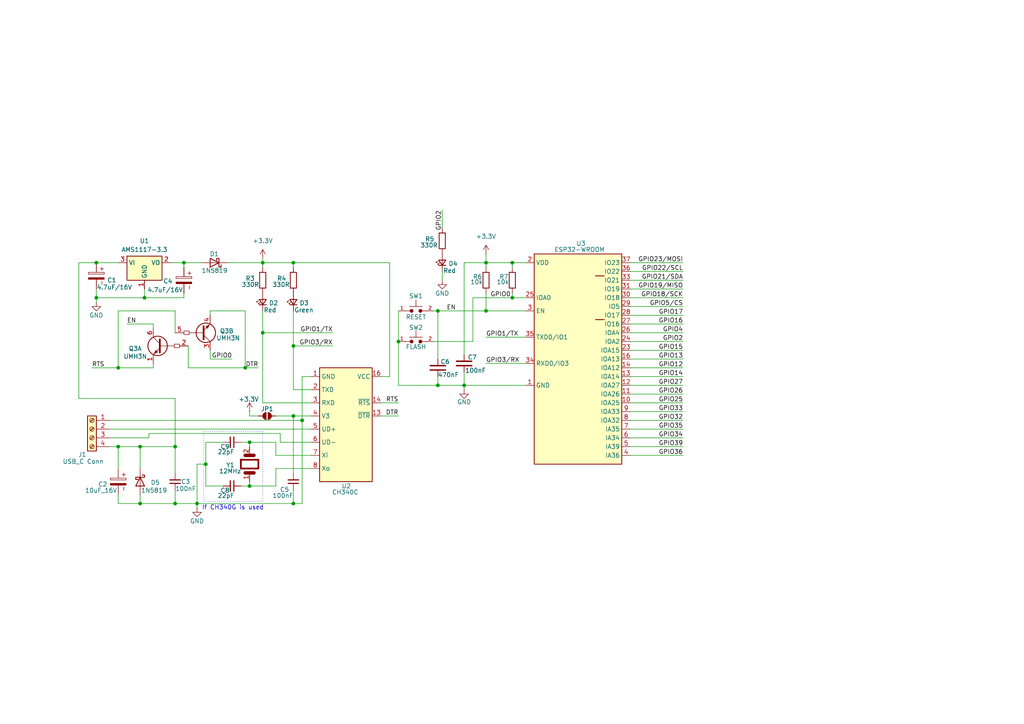
<source format=kicad_sch>
(kicad_sch (version 20250114) (generator "eeschema") (generator_version "9.0")
  (paper "A4")
  (lib_symbols
    (symbol "Connector:Screw_Terminal_01x04" (pin_names (offset 1.016) (hide yes))
      (property "Reference" "J" (at 0 5.08 0))
      (property "Value" "Screw_Terminal_01x04" (at 0 -7.62 0))
      (symbol "Screw_Terminal_01x04_1_1"
        (rectangle (start -1.27 3.81) (end 1.27 -6.35) (stroke (width 0.254)) (fill (type background)))
        (polyline (pts (xy -0.5334 2.8702) (xy 0.3302 2.032)) (stroke (width 0.1524)))
        (polyline (pts (xy -0.5334 0.3302) (xy 0.3302 -0.508)) (stroke (width 0.1524)))
        (polyline (pts (xy -0.5334 -2.2098) (xy 0.3302 -3.048)) (stroke (width 0.1524)))
        (polyline (pts (xy -0.5334 -4.7498) (xy 0.3302 -5.588)) (stroke (width 0.1524)))
        (polyline (pts (xy -0.3556 3.048) (xy 0.508 2.2098)) (stroke (width 0.1524)))
        (polyline (pts (xy -0.3556 0.508) (xy 0.508 -0.3302)) (stroke (width 0.1524)))
        (polyline (pts (xy -0.3556 -2.032) (xy 0.508 -2.8702)) (stroke (width 0.1524)))
        (polyline (pts (xy -0.3556 -4.572) (xy 0.508 -5.4102)) (stroke (width 0.1524)))
        (circle (center 0 2.54) (radius 0.635) (stroke (width 0.1524)))
        (circle (center 0 0) (radius 0.635) (stroke (width 0.1524)))
        (circle (center 0 -2.54) (radius 0.635) (stroke (width 0.1524)))
        (circle (center 0 -5.08) (radius 0.635) (stroke (width 0.1524)))
        (pin passive line (at -5.08 2.54 0) (length 3.81) (name "Pin_1") (number "1"))
        (pin passive line (at -5.08 0 0) (length 3.81) (name "Pin_2") (number "2"))
        (pin passive line (at -5.08 -2.54 0) (length 3.81) (name "Pin_3") (number "3"))
        (pin passive line (at -5.08 -5.08 0) (length 3.81) (name "Pin_4") (number "4"))
      )
    )
    (symbol "Device:C_Small" (pin_numbers (hide yes)) (pin_names (offset 0.254) (hide yes))
      (property "Reference" "C" (at 0.254 1.778 0))
      (property "Value" "C_Small" (at 0.254 -2.032 0))
      (symbol "C_Small_0_1"
        (polyline (pts (xy -1.524 0.508) (xy 1.524 0.508)) (stroke (width 0.3048)))
        (polyline (pts (xy -1.524 -0.508) (xy 1.524 -0.508)) (stroke (width 0.3302)))
      )
      (symbol "C_Small_1_1"
        (pin passive line (at 0 2.54 270) (length 2.032) (name "~") (number "1"))
        (pin passive line (at 0 -2.54 90) (length 2.032) (name "~") (number "2"))
      )
    )
    (symbol "Diode:1N5819" (pin_numbers (hide yes)) (pin_names (offset 1.016) (hide yes))
      (property "Reference" "D" (at 0 2.54 0))
      (property "Value" "1N5819" (at 0 -2.54 0))
      (symbol "1N5819_0_1"
        (polyline (pts (xy -1.905 0.635) (xy -1.905 1.27) (xy -1.27 1.27) (xy -1.27 -1.27) (xy -0.635 -1.27) (xy -0.635 -0.635)) (stroke (width 0.254)))
        (polyline (pts (xy 1.27 1.27) (xy 1.27 -1.27) (xy -1.27 0) (xy 1.27 1.27)) (stroke (width 0.254)))
        (polyline (pts (xy 1.27 0) (xy -1.27 0)))
      )
      (symbol "1N5819_1_1"
        (pin passive line (at -3.81 0 0) (length 2.54) (name "K") (number "1"))
        (pin passive line (at 3.81 0 180) (length 2.54) (name "A") (number "2"))
      )
    )
    (symbol "Interface_USB:CH340C"
      (property "Reference" "U2" (at -1.27 -19.05 0))
      (property "Value" "CH340C" (at -4.064 -20.828 0))
      (symbol "CH340C_0_1"
        (rectangle (start -7.62 15.24) (end 7.62 -17.78) (stroke (width 0.254)) (fill (type background)))
      )
      (symbol "CH340C_1_1"
        (pin power_in line (at -10.16 12.7 0) (length 2.54) (name "GND") (number "1"))
        (pin output line (at -10.16 8.89 0) (length 2.54) (name "TXD") (number "2"))
        (pin input line (at -10.16 5.08 0) (length 2.54) (name "RXD") (number "3"))
        (pin power_out line (at -10.16 1.27 0) (length 2.54) (name "V3") (number "4"))
        (pin bidirectional line (at -10.16 -2.54 0) (length 2.54) (name "UD+") (number "5"))
        (pin bidirectional line (at -10.16 -6.35 0) (length 2.54) (name "UD-") (number "6"))
        (pin passive line (at -10.16 -10.16 0) (length 2.54) (name "Xi") (number "7"))
        (pin passive line (at -10.16 -13.97 0) (length 2.54) (name "Xo") (number "8"))
        (pin no_connect line (at 7.62 8.89 180) (length 2.54) (hide yes) (name "R232") (number "15"))
        (pin no_connect line (at 7.62 -2.54 180) (length 2.54) (hide yes) (name "~{DCD}") (number "12"))
        (pin no_connect line (at 7.62 -6.35 180) (length 2.54) (hide yes) (name "~{RI}") (number "11"))
        (pin no_connect line (at 7.62 -10.16 180) (length 2.54) (hide yes) (name "~{DSR}") (number "10"))
        (pin no_connect line (at 7.62 -13.97 180) (length 2.54) (hide yes) (name "~{CTS}") (number "9"))
        (pin power_in line (at 10.16 12.7 180) (length 2.54) (name "VCC") (number "16"))
        (pin output line (at 10.16 5.08 180) (length 2.54) (name "~{RTS}") (number "14"))
        (pin output line (at 10.16 1.27 180) (length 2.54) (name "~{DTR}") (number "13"))
      )
    )
    (symbol "PCM_SL_Capacitors:104_Ceramic"
      (property "Reference" "C" (at 0 6.35 0))
      (property "Value" "104_Ceramic" (at 0 3.81 0))
      (symbol "104_Ceramic_0_1"
        (rectangle (start -0.762 2.286) (end -0.508 -2.286) (fill (type outline)))
        (rectangle (start 0.508 2.286) (end 0.762 -2.286) (fill (type outline)))
      )
      (symbol "104_Ceramic_1_1"
        (pin passive line (at -2.54 0 0) (length 2) (name "~") (number "1"))
        (pin input line (at 2.54 0 180) (length 2) (name "~") (number "2"))
      )
    )
    (symbol "PCM_SL_Capacitors:10uF_16V"
      (property "Reference" "C" (at 0 7.62 0))
      (property "Value" "10uF_16V" (at 0 5.08 0))
      (symbol "10uF_16V_0_0"
        (text "+" (at -2.032 1.524 0) (effects (font (size 1.27 1.27))))
        (text "-" (at 2.032 1.524 0) (effects (font (size 1.27 1.27))))
      )
      (symbol "10uF_16V_0_1"
        (rectangle (start -1.016 -2.286) (end -0.508 2.286))
        (rectangle (start 0.508 -2.286) (end 1.016 2.286) (fill (type outline)))
      )
      (symbol "10uF_16V_1_1"
        (pin passive line (at -3.81 0 0) (length 2.7) (name "~") (number "1"))
        (pin input line (at 3.81 0 180) (length 2.7) (name "~") (number "2"))
      )
    )
    (symbol "PCM_SL_Capacitors:4.7uF_16V"
      (property "Reference" "C" (at 0 7.62 0))
      (property "Value" "4.7uF_16V" (at 0 5.08 0))
      (symbol "4.7uF_16V_0_0"
        (text "+" (at -2.032 1.524 0) (effects (font (size 1.27 1.27))))
        (text "-" (at 2.032 1.524 0) (effects (font (size 1.27 1.27))))
      )
      (symbol "4.7uF_16V_0_1"
        (rectangle (start -1.016 -2.286) (end -0.508 2.286))
        (rectangle (start 0.508 -2.286) (end 1.016 2.286) (fill (type outline)))
      )
      (symbol "4.7uF_16V_1_1"
        (pin passive line (at -3.81 0 0) (length 2.7) (name "~") (number "1"))
        (pin input line (at 3.81 0 180) (length 2.7) (name "~") (number "2"))
      )
    )
    (symbol "PCM_SL_Devices:Crystal_16MHz"
      (property "Reference" "Y" (at 0 7.62 0))
      (property "Value" "Crystal_16MHz" (at 0 5.08 0))
      (symbol "Crystal_16MHz_0_1"
        (polyline (pts (xy -2.54 1.27) (xy -2.54 -1.27)) (stroke (width 1)))
        (rectangle (start -1.27 2.54) (end 1.27 -2.54) (stroke (width 0.5)))
        (polyline (pts (xy 2.54 1.27) (xy 2.54 -1.27)) (stroke (width 1)))
      )
      (symbol "Crystal_16MHz_1_1"
        (pin passive line (at -5.08 0 0) (length 2.54) (name "") (number "1"))
        (pin passive line (at 5.08 0 180) (length 2.54) (name "") (number "2"))
      )
    )
    (symbol "PCM_SL_Devices:Push_Button"
      (property "Reference" "SW" (at 0 6.35 0))
      (property "Value" "Push_Button" (at 0 4.445 0))
      (symbol "Push_Button_0_1"
        (polyline (pts (xy -3.175 0) (xy -1.778 0)))
        (polyline (pts (xy -1.905 1.27) (xy 1.905 1.27)))
        (circle (center -1.27 0) (radius 0.4579) (fill (type outline)))
        (polyline (pts (xy 0 1.27) (xy 0 3.175)))
        (circle (center 1.27 0) (radius 0.4579) (fill (type outline)))
        (polyline (pts (xy 1.778 0) (xy 3.175 0)))
      )
      (symbol "Push_Button_1_1"
        (pin passive line (at -5.08 0 0) (length 2) (name "") (number "1"))
        (pin passive line (at 5.08 0 180) (length 2) (name "") (number "2"))
      )
    )
    (symbol "PCM_SL_Resistors:10k"
      (property "Reference" "R" (at 0 5.08 0))
      (property "Value" "10k" (at 0 2.54 0))
      (symbol "10k_0_1"
        (rectangle (start -2.286 0.889) (end 2.286 -0.889) (stroke (width 0.24)))
      )
      (symbol "10k_1_1"
        (pin passive line (at -3.81 0 0) (length 1.5) (name "") (number "1"))
        (pin passive line (at 3.81 0 180) (length 1.5) (name "~") (number "2"))
      )
    )
    (symbol "PCM_SL_Resistors:1M"
      (property "Reference" "R" (at 0 5.08 0))
      (property "Value" "1M" (at 0 2.54 0))
      (symbol "1M_0_1"
        (rectangle (start -2.286 0.889) (end 2.286 -0.889) (stroke (width 0.24)))
      )
      (symbol "1M_1_1"
        (pin passive line (at -3.81 0 0) (length 1.5) (name "") (number "1"))
        (pin passive line (at 3.81 0 180) (length 1.5) (name "~") (number "2"))
      )
    )
    (symbol "Regulator_Linear:AMS1117-3.3"
      (property "Reference" "U" (at -3.81 3.175 0))
      (property "Value" "AMS1117-3.3" (at 0 3.175 0))
      (symbol "AMS1117-3.3_0_1"
        (rectangle (start -5.08 -5.08) (end 5.08 1.905) (stroke (width 0.254)) (fill (type background)))
      )
      (symbol "AMS1117-3.3_1_1"
        (pin power_in line (at -7.62 0 0) (length 2.54) (name "VI") (number "3"))
        (pin power_in line (at 0 -7.62 90) (length 2.54) (name "GND") (number "1"))
        (pin power_out line (at 7.62 0 180) (length 2.54) (name "VO") (number "2"))
      )
    )
    (symbol "SparkFun-Jumper:SolderJumper_2_Open" (pin_numbers (hide yes)) (pin_names (offset 0) (hide yes))
      (property "Reference" "JP" (at 0 2.032 0))
      (property "Value" "~" (at 0 -2.54 0))
      (symbol "SolderJumper_2_Open_0_1"
        (polyline (pts (xy -0.254 1.016) (xy -0.254 -1.016)))
        (arc (start -0.254 -1.016) (mid -1.2656 0) (end -0.254 1.016))
        (arc (start -0.254 -1.016) (mid -1.2656 0) (end -0.254 1.016) (fill (type outline)))
        (arc (start 0.254 1.016) (mid 1.2656 0) (end 0.254 -1.016))
        (arc (start 0.254 1.016) (mid 1.2656 0) (end 0.254 -1.016) (fill (type outline)))
        (polyline (pts (xy 0.254 1.016) (xy 0.254 -1.016)))
      )
      (symbol "SolderJumper_2_Open_1_1"
        (pin passive line (at -2.54 0 0) (length 1.27) (name "A") (number "1"))
        (pin passive line (at 2.54 0 180) (length 1.27) (name "B") (number "2"))
      )
    )
    (symbol "SparkFun-LED:LED_Red_0603" (pin_numbers (hide yes)) (pin_names (offset 1.016) (hide yes))
      (property "Reference" "D" (at 0 2.54 0))
      (property "Value" "Red" (at 0 -2.54 0))
      (symbol "LED_Red_0603_0_1"
        (polyline (pts (xy -0.762 -1.016) (xy -0.762 1.016)) (stroke (width 0.254)))
        (polyline (pts (xy 0 0.762) (xy -0.508 1.27) (xy -0.254 1.27) (xy -0.508 1.27) (xy -0.508 1.016)))
        (polyline (pts (xy 0.508 1.27) (xy 0 1.778) (xy 0.254 1.778) (xy 0 1.778) (xy 0 1.524)))
        (polyline (pts (xy 0.762 -1.016) (xy -0.762 0) (xy 0.762 1.016) (xy 0.762 -1.016)) (stroke (width 0.254)))
        (polyline (pts (xy 1.016 0) (xy -0.762 0)))
      )
      (symbol "LED_Red_0603_1_1"
        (pin passive line (at -2.54 0 0) (length 1.778) (name "K") (number "1"))
        (pin passive line (at 2.54 0 180) (length 1.778) (name "A") (number "2"))
      )
    )
    (symbol "SparkFun-RF:ESP32-WROOM"
      (property "Reference" "U?" (at -0.508 34.798 0))
      (property "Value" "ESP32-WROOM" (at -6.858 33.02 0))
      (symbol "ESP32-WROOM_1_1"
        (rectangle (start -12.7 31.75) (end 12.7 -29.21) (stroke (width 0.254)) (fill (type background)))
        (polyline (pts (xy 7.62 25.4) (xy 5.08 25.4)) (stroke (width 0.254)))
        (polyline (pts (xy 7.62 12.7) (xy 5.08 12.7)) (stroke (width 0.254)))
        (pin power_in line (at -15.24 29.21 0) (length 2.54) (name "VDD") (number "2"))
        (pin bidirectional line (at -15.24 19.05 0) (length 2.54) (name "IOA0") (number "25"))
        (pin input line (at -15.24 15.24 0) (length 2.54) (name "EN") (number "3"))
        (pin bidirectional line (at -15.24 7.62 0) (length 2.54) (name "TXD0/IO1") (number "35"))
        (pin bidirectional line (at -15.24 0 0) (length 2.54) (name "RXD0/IO3") (number "34"))
        (pin power_in line (at -15.24 -6.35 0) (length 2.54) (name "GND") (number "1"))
        (pin passive line (at -15.24 -6.35 0) (length 2.54) (hide yes) (name "GND") (number "15"))
        (pin passive line (at -15.24 -6.35 0) (length 2.54) (hide yes) (name "GND") (number "38"))
        (pin passive line (at -15.24 -6.35 0) (length 2.54) (hide yes) (name "GND") (number "49.1"))
        (pin passive line (at -15.24 -6.35 0) (length 2.54) (hide yes) (name "GND") (number "49.2"))
        (pin passive line (at -15.24 -6.35 0) (length 2.54) (hide yes) (name "GND") (number "49.3"))
        (pin passive line (at -15.24 -6.35 0) (length 2.54) (hide yes) (name "GND") (number "49.4"))
        (pin passive line (at -15.24 -6.35 0) (length 2.54) (hide yes) (name "GND") (number "49.5"))
        (pin passive line (at -15.24 -6.35 0) (length 2.54) (hide yes) (name "GND") (number "49.6"))
        (pin passive line (at -15.24 -6.35 0) (length 2.54) (hide yes) (name "GND") (number "49.7"))
        (pin passive line (at -15.24 -6.35 0) (length 2.54) (hide yes) (name "GND") (number "49.8"))
        (pin passive line (at -15.24 -6.35 0) (length 2.54) (hide yes) (name "GND") (number "49.9"))
        (pin no_connect line (at -12.7 -10.16 0) (length 2.54) (hide yes) (name "NC") (number "17"))
        (pin no_connect line (at -12.7 -12.7 0) (length 2.54) (hide yes) (name "NC") (number "18"))
        (pin no_connect line (at -12.7 -15.24 0) (length 2.54) (hide yes) (name "NC") (number "19"))
        (pin no_connect line (at -12.7 -17.78 0) (length 2.54) (hide yes) (name "NC") (number "20"))
        (pin no_connect line (at -12.7 -20.32 0) (length 2.54) (hide yes) (name "NC") (number "21"))
        (pin no_connect line (at -12.7 -22.86 0) (length 2.54) (hide yes) (name "NC") (number "22"))
        (pin no_connect line (at -12.7 -25.4 0) (length 2.54) (hide yes) (name "NC") (number "32"))
        (pin bidirectional line (at 15.24 29.21 180) (length 2.54) (name "IO23") (number "37"))
        (pin bidirectional line (at 15.24 26.67 180) (length 2.54) (name "IO22") (number "36"))
        (pin bidirectional line (at 15.24 24.13 180) (length 2.54) (name "IO21") (number "33"))
        (pin bidirectional line (at 15.24 21.59 180) (length 2.54) (name "IO19") (number "31"))
        (pin bidirectional line (at 15.24 19.05 180) (length 2.54) (name "IO18") (number "30"))
        (pin bidirectional line (at 15.24 16.51 180) (length 2.54) (name "IO5") (number "29"))
        (pin bidirectional line (at 15.24 13.97 180) (length 2.54) (name "IO17") (number "28"))
        (pin bidirectional line (at 15.24 11.43 180) (length 2.54) (name "IO16") (number "27"))
        (pin bidirectional line (at 15.24 8.89 180) (length 2.54) (name "IOA4") (number "26"))
        (pin bidirectional line (at 15.24 6.35 180) (length 2.54) (name "IOA2") (number "24"))
        (pin bidirectional line (at 15.24 3.81 180) (length 2.54) (name "IOA15") (number "23"))
        (pin bidirectional line (at 15.24 1.27 180) (length 2.54) (name "IOA13") (number "16"))
        (pin bidirectional line (at 15.24 -1.27 180) (length 2.54) (name "IOA12") (number "14"))
        (pin bidirectional line (at 15.24 -3.81 180) (length 2.54) (name "IOA14") (number "13"))
        (pin bidirectional line (at 15.24 -6.35 180) (length 2.54) (name "IOA27") (number "12"))
        (pin bidirectional line (at 15.24 -8.89 180) (length 2.54) (name "IOA26") (number "11"))
        (pin bidirectional line (at 15.24 -11.43 180) (length 2.54) (name "IOA25") (number "10"))
        (pin bidirectional line (at 15.24 -13.97 180) (length 2.54) (name "IOA33") (number "9"))
        (pin bidirectional line (at 15.24 -16.51 180) (length 2.54) (name "IOA32") (number "8"))
        (pin input line (at 15.24 -19.05 180) (length 2.54) (name "IA35") (number "7"))
        (pin input line (at 15.24 -21.59 180) (length 2.54) (name "IA34") (number "6"))
        (pin input line (at 15.24 -24.13 180) (length 2.54) (name "IA39") (number "5"))
        (pin input line (at 15.24 -26.67 180) (length 2.54) (name "IA36") (number "4"))
      )
    )
    (symbol "Transistor_BJT:UMH3N" (pin_names (hide yes))
      (property "Reference" "Q" (at 7.62 1.27 0))
      (property "Value" "UMH3N" (at 7.62 -1.27 0))
      (symbol "UMH3N_0_1"
        (rectangle (start -6.35 0.508) (end -4.826 -0.508))
        (polyline (pts (xy -0.762 0) (xy -4.826 0)))
        (polyline (pts (xy -0.635 1.905) (xy -0.635 -1.905)) (stroke (width 0.508)))
        (polyline (pts (xy -0.635 0.635) (xy 1.27 2.54)))
        (polyline (pts (xy -0.635 -0.635) (xy 1.27 -2.54)))
        (polyline (pts (xy 0 -1.778) (xy 0.508 -1.27) (xy 1.016 -2.286) (xy 0 -1.778)) (fill (type outline)))
      )
      (symbol "UMH3N_1_1"
        (circle (center 0 0) (radius 2.8194) (stroke (width 0.254)))
        (pin input line (at -8.89 0 0) (length 2.54) (name "B1") (number "2"))
        (pin passive line (at 1.27 5.08 270) (length 2.54) (name "C1") (number "6"))
        (pin passive line (at 1.27 -5.08 90) (length 2.54) (name "E1") (number "1"))
      )
      (symbol "UMH3N_2_1"
        (circle (center 0 0) (radius 2.8194) (stroke (width 0.254)))
        (pin input line (at -8.89 0 0) (length 2.54) (name "B2") (number "5"))
        (pin passive line (at 1.27 5.08 270) (length 2.54) (name "C2") (number "3"))
        (pin passive line (at 1.27 -5.08 90) (length 2.54) (name "E2") (number "4"))
      )
    )
    (symbol "power:+3.3V" (power) (pin_numbers (hide yes)) (pin_names (offset 0) (hide yes))
      (property "Value" "+3.3V" (at 0 3.556 0))
      (symbol "+3.3V_0_1"
        (polyline (pts (xy -0.762 1.27) (xy 0 2.54)))
        (polyline (pts (xy 0 2.54) (xy 0.762 1.27)))
        (polyline (pts (xy 0 0) (xy 0 2.54)))
      )
      (symbol "+3.3V_1_1"
        (pin power_in line (at 0 0 90) (length 0) (name "~") (number "1"))
      )
    )
    (symbol "power:GND" (power) (pin_numbers (hide yes)) (pin_names (offset 0) (hide yes))
      (property "Value" "GND" (at 0 -3.81 0))
      (symbol "GND_0_1"
        (polyline (pts (xy 0 0) (xy 0 -1.27) (xy 1.27 -1.27) (xy 0 -2.54) (xy -1.27 -1.27) (xy 0 -1.27)))
      )
      (symbol "GND_1_1"
        (pin power_in line (at 0 0 270) (length 0) (name "~") (number "1"))
      )
    )
  )
  (text "If CH340G is used" (at 67.564 147.32 0) (effects (font (size 1.27 1.27))))
  (text_box "" (at 59.055 125.095 0) (size 17.145 20.32) (margins 0.9525 0.9525 0.9525 0.9525) (stroke (width 0) (type dot)) (effects (font (size 1.27 1.27)) (justify left top)))
  (junction (at 115.57 99.06))
  (junction (at 76.2 96.52))
  (junction (at 72.39 140.97))
  (junction (at 127 111.76))
  (junction (at 85.09 120.65))
  (junction (at 85.09 100.33))
  (junction (at 148.59 76.2))
  (junction (at 85.09 146.05))
  (junction (at 148.59 86.36))
  (junction (at 41.91 86.36))
  (junction (at 27.94 86.36))
  (junction (at 134.62 111.76))
  (junction (at 72.39 128.27))
  (junction (at 71.12 106.68))
  (junction (at 50.8 146.05))
  (junction (at 76.2 76.2))
  (junction (at 50.8 129.54))
  (junction (at 87.63 121.92))
  (junction (at 34.29 106.68))
  (junction (at 140.97 76.2))
  (junction (at 27.94 76.2))
  (junction (at 85.09 76.2))
  (junction (at 34.29 129.54))
  (junction (at 59.69 134.62))
  (junction (at 57.15 146.05))
  (junction (at 127 90.17))
  (junction (at 53.34 76.2))
  (junction (at 40.64 129.54))
  (junction (at 40.64 146.05))
  (junction (at 140.97 90.17))
  (wire (pts (xy 76.2 116.84) (xy 90.17 116.84)))
  (wire (pts (xy 41.91 83.82) (xy 41.91 86.36)))
  (wire (pts (xy 182.88 93.98) (xy 198.12 93.98)))
  (wire (pts (xy 59.69 128.27) (xy 64.77 128.27)))
  (wire (pts (xy 27.94 83.82) (xy 27.94 86.36)))
  (wire (pts (xy 182.88 121.92) (xy 198.12 121.92)))
  (wire (pts (xy 137.16 86.36) (xy 148.59 86.36)))
  (wire (pts (xy 71.12 90.17) (xy 71.12 106.68)))
  (wire (pts (xy 85.09 146.05) (xy 87.63 146.05)))
  (wire (pts (xy 40.64 143.51) (xy 40.64 146.05)))
  (wire (pts (xy 182.88 127) (xy 198.12 127)))
  (wire (pts (xy 22.86 115.57) (xy 50.8 115.57)))
  (wire (pts (xy 110.49 116.84) (xy 115.57 116.84)))
  (wire (pts (xy 53.34 76.2) (xy 58.42 76.2)))
  (wire (pts (xy 76.2 74.93) (xy 76.2 76.2)))
  (wire (pts (xy 80.01 128.27) (xy 80.01 132.08)))
  (wire (pts (xy 182.88 129.54) (xy 198.12 129.54)))
  (wire (pts (xy 41.91 86.36) (xy 53.34 86.36)))
  (wire (pts (xy 27.94 86.36) (xy 27.94 87.63)))
  (wire (pts (xy 182.88 78.74) (xy 198.12 78.74)))
  (wire (pts (xy 31.75 129.54) (xy 34.29 129.54)))
  (wire (pts (xy 125.73 99.06) (xy 137.16 99.06)))
  (wire (pts (xy 182.88 124.46) (xy 198.12 124.46)))
  (wire (pts (xy 60.96 101.6) (xy 60.96 104.14)))
  (wire (pts (xy 50.8 142.24) (xy 50.8 146.05)))
  (wire (pts (xy 34.29 106.68) (xy 44.45 106.68)))
  (wire (pts (xy 80.01 120.65) (xy 85.09 120.65)))
  (wire (pts (xy 85.09 100.33) (xy 85.09 113.03)))
  (wire (pts (xy 182.88 76.2) (xy 198.12 76.2)))
  (wire (pts (xy 34.29 90.17) (xy 50.8 90.17)))
  (wire (pts (xy 140.97 73.66) (xy 140.97 76.2)))
  (wire (pts (xy 182.88 81.28) (xy 198.12 81.28)))
  (wire (pts (xy 34.29 129.54) (xy 34.29 135.89)))
  (wire (pts (xy 127 109.22) (xy 127 111.76)))
  (wire (pts (xy 80.01 135.89) (xy 80.01 140.97)))
  (wire (pts (xy 128.27 78.74) (xy 128.27 81.28)))
  (wire (pts (xy 40.64 129.54) (xy 50.8 129.54)))
  (wire (pts (xy 26.67 106.68) (xy 34.29 106.68)))
  (wire (pts (xy 40.64 146.05) (xy 50.8 146.05)))
  (wire (pts (xy 140.97 76.2) (xy 148.59 76.2)))
  (wire (pts (xy 59.69 128.27) (xy 59.69 134.62)))
  (wire (pts (xy 137.16 86.36) (xy 137.16 99.06)))
  (wire (pts (xy 134.62 111.76) (xy 152.4 111.76)))
  (wire (pts (xy 182.88 116.84) (xy 198.12 116.84)))
  (wire (pts (xy 60.96 90.17) (xy 60.96 91.44)))
  (wire (pts (xy 27.94 86.36) (xy 41.91 86.36)))
  (wire (pts (xy 57.15 134.62) (xy 57.15 146.05)))
  (wire (pts (xy 182.88 111.76) (xy 198.12 111.76)))
  (wire (pts (xy 31.75 127) (xy 43.18 127)))
  (wire (pts (xy 31.75 124.46) (xy 90.17 124.46)))
  (wire (pts (xy 85.09 100.33) (xy 96.52 100.33)))
  (wire (pts (xy 72.39 140.97) (xy 80.01 140.97)))
  (wire (pts (xy 125.73 90.17) (xy 127 90.17)))
  (wire (pts (xy 115.57 111.76) (xy 127 111.76)))
  (wire (pts (xy 182.88 101.6) (xy 198.12 101.6)))
  (wire (pts (xy 59.69 140.97) (xy 64.77 140.97)))
  (wire (pts (xy 87.63 121.92) (xy 87.63 146.05)))
  (wire (pts (xy 182.88 114.3) (xy 198.12 114.3)))
  (wire (pts (xy 72.39 128.27) (xy 80.01 128.27)))
  (wire (pts (xy 54.61 100.33) (xy 54.61 106.68)))
  (wire (pts (xy 50.8 115.57) (xy 50.8 129.54)))
  (wire (pts (xy 72.39 128.27) (xy 72.39 129.54)))
  (wire (pts (xy 34.29 90.17) (xy 34.29 106.68)))
  (wire (pts (xy 87.63 109.22) (xy 87.63 121.92)))
  (wire (pts (xy 85.09 90.17) (xy 85.09 100.33)))
  (wire (pts (xy 80.01 135.89) (xy 90.17 135.89)))
  (wire (pts (xy 140.97 90.17) (xy 152.4 90.17)))
  (wire (pts (xy 85.09 76.2) (xy 113.03 76.2)))
  (wire (pts (xy 140.97 105.41) (xy 152.4 105.41)))
  (wire (pts (xy 50.8 129.54) (xy 50.8 137.16)))
  (wire (pts (xy 148.59 76.2) (xy 148.59 77.47)))
  (wire (pts (xy 69.85 140.97) (xy 72.39 140.97)))
  (wire (pts (xy 54.61 106.68) (xy 71.12 106.68)))
  (wire (pts (xy 57.15 147.32) (xy 57.15 146.05)))
  (wire (pts (xy 113.03 76.2) (xy 113.03 109.22)))
  (wire (pts (xy 182.88 83.82) (xy 198.12 83.82)))
  (wire (pts (xy 44.45 93.98) (xy 44.45 95.25)))
  (wire (pts (xy 115.57 90.17) (xy 115.57 99.06)))
  (wire (pts (xy 182.88 109.22) (xy 198.12 109.22)))
  (wire (pts (xy 182.88 119.38) (xy 198.12 119.38)))
  (wire (pts (xy 182.88 104.14) (xy 198.12 104.14)))
  (wire (pts (xy 182.88 106.68) (xy 198.12 106.68)))
  (wire (pts (xy 127 111.76) (xy 134.62 111.76)))
  (wire (pts (xy 85.09 142.24) (xy 85.09 146.05)))
  (wire (pts (xy 76.2 90.17) (xy 76.2 96.52)))
  (wire (pts (xy 72.39 120.65) (xy 74.93 120.65)))
  (wire (pts (xy 43.18 125.73) (xy 43.18 127)))
  (wire (pts (xy 40.64 129.54) (xy 40.64 135.89)))
  (wire (pts (xy 148.59 86.36) (xy 152.4 86.36)))
  (wire (pts (xy 71.12 106.68) (xy 74.93 106.68)))
  (wire (pts (xy 76.2 76.2) (xy 76.2 77.47)))
  (wire (pts (xy 50.8 90.17) (xy 50.8 96.52)))
  (wire (pts (xy 34.29 129.54) (xy 40.64 129.54)))
  (wire (pts (xy 182.88 132.08) (xy 198.12 132.08)))
  (wire (pts (xy 134.62 76.2) (xy 140.97 76.2)))
  (wire (pts (xy 72.39 139.7) (xy 72.39 140.97)))
  (wire (pts (xy 140.97 97.79) (xy 152.4 97.79)))
  (wire (pts (xy 85.09 113.03) (xy 90.17 113.03)))
  (wire (pts (xy 57.15 134.62) (xy 59.69 134.62)))
  (wire (pts (xy 140.97 85.09) (xy 140.97 90.17)))
  (wire (pts (xy 182.88 88.9) (xy 198.12 88.9)))
  (wire (pts (xy 87.63 109.22) (xy 90.17 109.22)))
  (wire (pts (xy 76.2 76.2) (xy 85.09 76.2)))
  (wire (pts (xy 127 90.17) (xy 127 104.14)))
  (wire (pts (xy 43.18 125.73) (xy 81.28 125.73)))
  (wire (pts (xy 69.85 128.27) (xy 72.39 128.27)))
  (wire (pts (xy 81.28 125.73) (xy 81.28 128.27)))
  (wire (pts (xy 49.53 76.2) (xy 53.34 76.2)))
  (wire (pts (xy 57.15 146.05) (xy 85.09 146.05)))
  (wire (pts (xy 148.59 85.09) (xy 148.59 86.36)))
  (wire (pts (xy 110.49 109.22) (xy 113.03 109.22)))
  (wire (pts (xy 182.88 99.06) (xy 198.12 99.06)))
  (wire (pts (xy 60.96 104.14) (xy 67.31 104.14)))
  (wire (pts (xy 76.2 96.52) (xy 96.52 96.52)))
  (wire (pts (xy 53.34 85.09) (xy 53.34 86.36)))
  (wire (pts (xy 27.94 76.2) (xy 34.29 76.2)))
  (wire (pts (xy 66.04 76.2) (xy 76.2 76.2)))
  (wire (pts (xy 50.8 146.05) (xy 57.15 146.05)))
  (wire (pts (xy 182.88 96.52) (xy 198.12 96.52)))
  (wire (pts (xy 128.27 60.96) (xy 128.27 66.04)))
  (wire (pts (xy 115.57 99.06) (xy 115.57 111.76)))
  (wire (pts (xy 134.62 111.76) (xy 134.62 113.03)))
  (wire (pts (xy 31.75 121.92) (xy 87.63 121.92)))
  (wire (pts (xy 182.88 91.44) (xy 198.12 91.44)))
  (wire (pts (xy 85.09 76.2) (xy 85.09 77.47)))
  (wire (pts (xy 140.97 76.2) (xy 140.97 77.47)))
  (wire (pts (xy 34.29 143.51) (xy 34.29 146.05)))
  (wire (pts (xy 44.45 105.41) (xy 44.45 106.68)))
  (wire (pts (xy 53.34 76.2) (xy 53.34 77.47)))
  (wire (pts (xy 80.01 132.08) (xy 90.17 132.08)))
  (wire (pts (xy 76.2 96.52) (xy 76.2 116.84)))
  (wire (pts (xy 60.96 90.17) (xy 71.12 90.17)))
  (wire (pts (xy 85.09 120.65) (xy 90.17 120.65)))
  (wire (pts (xy 182.88 86.36) (xy 198.12 86.36)))
  (wire (pts (xy 22.86 76.2) (xy 22.86 115.57)))
  (wire (pts (xy 34.29 146.05) (xy 40.64 146.05)))
  (wire (pts (xy 22.86 76.2) (xy 27.94 76.2)))
  (wire (pts (xy 85.09 120.65) (xy 85.09 137.16)))
  (wire (pts (xy 134.62 107.95) (xy 134.62 111.76)))
  (wire (pts (xy 81.28 128.27) (xy 90.17 128.27)))
  (wire (pts (xy 110.49 120.65) (xy 115.57 120.65)))
  (wire (pts (xy 36.83 93.98) (xy 44.45 93.98)))
  (wire (pts (xy 148.59 76.2) (xy 152.4 76.2)))
  (wire (pts (xy 134.62 76.2) (xy 134.62 102.87)))
  (wire (pts (xy 59.69 134.62) (xy 59.69 140.97)))
  (wire (pts (xy 72.39 119.38) (xy 72.39 120.65)))
  (wire (pts (xy 127 90.17) (xy 140.97 90.17)))
  (label "GPIO14" (at 198.12 109.22 180))
  (label "GPIO33" (at 198.12 119.38 180))
  (label "GPIO18{slash}SCK" (at 198.12 86.36 180))
  (label "GPIO1{slash}TX" (at 96.52 96.52 180))
  (label "GPIO0" (at 142.24 86.36 0))
  (label "GPIO25" (at 198.12 116.84 180))
  (label "RTS" (at 26.67 106.68 0))
  (label "GPIO34" (at 198.12 127 180))
  (label "GPIO16" (at 198.12 93.98 180))
  (label "GPIO36" (at 198.12 132.08 180))
  (label "GPIO19{slash}MISO" (at 198.12 83.82 180))
  (label "GPIO22{slash}SCL" (at 198.12 78.74 180))
  (label "GPIO0" (at 67.31 104.14 180))
  (label "DTR" (at 115.57 120.65 180))
  (label "GPIO23{slash}MOSI" (at 198.12 76.2 180))
  (label "DTR" (at 74.93 106.68 180))
  (label "GPIO35" (at 198.12 124.46 180))
  (label "GPIO21{slash}SDA" (at 198.12 81.28 180))
  (label "GPIO26" (at 198.12 114.3 180))
  (label "GPIO17" (at 198.12 91.44 180))
  (label "GPIO1{slash}TX" (at 140.97 97.79 0))
  (label "GPIO4" (at 198.12 96.52 180))
  (label "GPIO15" (at 198.12 101.6 180))
  (label "GPIO3{slash}RX" (at 140.97 105.41 0))
  (label "EN" (at 36.83 93.98 0))
  (label "GPIO5{slash}CS" (at 198.12 88.9 180))
  (label "GPIO2" (at 128.27 60.96 270))
  (label "EN" (at 129.54 90.17 0))
  (label "GPIO12" (at 198.12 106.68 180))
  (label "GPIO13" (at 198.12 104.14 180))
  (label "GPIO3{slash}RX" (at 96.52 100.33 180))
  (label "RTS" (at 115.57 116.84 180))
  (label "GPIO32" (at 198.12 121.92 180))
  (label "GPIO27" (at 198.12 111.76 180))
  (label "GPIO39" (at 198.12 129.54 180))
  (label "GPIO2" (at 198.12 99.06 180))
  (symbol (lib_id "SparkFun-RF:ESP32-WROOM") (at 167.64 105.41 0) (unit 1)
    (property "Reference" "U3" (at 167.132 70.612 0) (effects (justify left)))
    (property "Value" "ESP32-WROOM" (at 160.782 72.39 0) (effects (justify left)))
    (property "Footprint" "SparkFun-RF:ESP32-WROOM-32D-DFM_PASTE" (effects (hide yes)))
    (property "Datasheet" "https://www.mouser.com/datasheet/2/891/esp32_wroom_32e_esp32_wroom_32ue_datasheet_en-1855879.pdf" (effects (hide yes)))
    (property "PROD_ID" "IC-15676" (effects (hide yes)))
  )
  (symbol (lib_id "power:+3.3V") (at 140.97 73.66 0) (unit 1)
    (property "Reference" "#PWR08" (effects (hide yes)))
    (property "Value" "+3.3V" (at 140.97 68.58 0))
    (property "Description" "Power symbol creates a global label with name \"+3.3V\"" (effects (hide yes)))
  )
  (symbol (lib_id "PCM_SL_Capacitors:4.7uF_16V") (at 27.94 80.01 270) (unit 1)
    (property "Reference" "C1" (at 33.782 81.28 90) (effects (justify right)))
    (property "Value" "4.7uF/16V" (at 38.354 83.312 90) (effects (justify right)))
    (property "Footprint" "Capacitor_THT:CP_Radial_D5.0mm_P2.00mm" (effects (hide yes)))
    (property "Description" "4.7uF, 16V Electrolytic Capacitor" (effects (hide yes)))
  )
  (symbol (lib_id "PCM_SL_Resistors:1M") (at 85.09 81.28 270) (unit 1)
    (property "Reference" "R4" (at 83.058 80.772 90) (effects (justify right)))
    (property "Value" "330R" (at 84.074 82.55 90) (effects (justify right)))
    (property "Footprint" "Resistor_THT:R_Axial_DIN0207_L6.3mm_D2.5mm_P10.16mm_Horizontal" (effects (hide yes)))
    (property "Description" "1MΩ, 1/4W Resistor" (effects (hide yes)))
  )
  (symbol (lib_id "power:GND") (at 128.27 81.28 0) (unit 1)
    (property "Reference" "#PWR06" (effects (hide yes)))
    (property "Value" "GND" (at 128.27 85.09 0))
    (property "Description" "Power symbol creates a global label with name \"GND\" , ground" (effects (hide yes)))
  )
  (symbol (lib_id "power:+3.3V") (at 76.2 74.93 0) (unit 1)
    (property "Reference" "#PWR04" (effects (hide yes)))
    (property "Value" "+3.3V" (at 76.2 69.85 0))
    (property "Description" "Power symbol creates a global label with name \"+3.3V\"" (effects (hide yes)))
  )
  (symbol (lib_id "Diode:1N5819") (at 62.23 76.2 180) (unit 1)
    (property "Reference" "D1" (at 63.5 73.66 0) (effects (justify left)))
    (property "Value" "1N5819" (at 66.04 78.486 0) (effects (justify left)))
    (property "Footprint" "Diode_THT:D_DO-41_SOD81_P10.16mm_Horizontal" (effects (hide yes)))
    (property "Datasheet" "http://www.vishay.com/docs/88525/1n5817.pdf" (effects (hide yes)))
    (property "Description" "40V 1A Schottky Barrier Rectifier Diode, DO-41" (effects (hide yes)))
  )
  (symbol (lib_id "power:+3.3V") (at 72.39 119.38 0) (unit 1)
    (property "Reference" "#PWR02" (effects (hide yes)))
    (property "Value" "+3.3V" (at 72.136 115.824 0))
    (property "Description" "Power symbol creates a global label with name \"+3.3V\"" (effects (hide yes)))
  )
  (symbol (lib_id "PCM_SL_Capacitors:104_Ceramic") (at 134.62 105.41 90) (unit 1)
    (property "Reference" "C7" (at 135.636 103.632 90) (effects (justify right)))
    (property "Value" "100nF" (at 134.874 107.442 90) (effects (justify right)))
    (property "Footprint" "Capacitor_THT:C_Disc_D5.0mm_W2.5mm_P2.50mm" (effects (hide yes)))
    (property "Description" "100nF Ceramic Capacitor" (effects (hide yes)))
  )
  (symbol (lib_id "PCM_SL_Capacitors:4.7uF_16V") (at 53.34 81.28 270) (unit 1)
    (property "Reference" "C4" (at 50.038 81.534 90) (effects (justify right)))
    (property "Value" "4.7uF/16V" (at 53.086 84.074 90) (effects (justify right)))
    (property "Footprint" "Capacitor_THT:CP_Radial_D5.0mm_P2.00mm" (effects (hide yes)))
    (property "Description" "4.7uF, 16V Electrolytic Capacitor" (effects (hide yes)))
  )
  (symbol (lib_id "Diode:1N5819") (at 40.64 139.7 270) (unit 1)
    (property "Reference" "D5" (at 43.688 139.954 90) (effects (justify left)))
    (property "Value" "1N5819" (at 40.894 142.24 90) (effects (justify left)))
    (property "Footprint" "Diode_THT:D_DO-41_SOD81_P10.16mm_Horizontal" (effects (hide yes)))
    (property "Datasheet" "http://www.vishay.com/docs/88525/1n5817.pdf" (effects (hide yes)))
    (property "Description" "40V 1A Schottky Barrier Rectifier Diode, DO-41" (effects (hide yes)))
  )
  (symbol (lib_id "PCM_SL_Resistors:1M") (at 128.27 69.85 270) (unit 1)
    (property "Reference" "R5" (at 125.984 69.342 90) (effects (justify right)))
    (property "Value" "330R" (at 127 71.12 90) (effects (justify right)))
    (property "Footprint" "Resistor_THT:R_Axial_DIN0207_L6.3mm_D2.5mm_P10.16mm_Horizontal" (effects (hide yes)))
    (property "Description" "1MΩ, 1/4W Resistor" (effects (hide yes)))
  )
  (symbol (lib_id "PCM_SL_Resistors:10k") (at 140.97 81.28 90) (unit 1)
    (property "Reference" "R6" (at 137.16 80.264 90) (effects (justify right)))
    (property "Value" "10k" (at 136.398 81.788 90) (effects (justify right)))
    (property "Footprint" "Resistor_THT:R_Axial_DIN0207_L6.3mm_D2.5mm_P10.16mm_Horizontal" (effects (hide yes)))
    (property "Description" "10kΩ, 1/4W Resistor" (effects (hide yes)))
  )
  (symbol (lib_id "PCM_SL_Devices:Push_Button") (at 120.65 90.17 0) (unit 1)
    (property "Reference" "SW1" (at 120.65 85.852 0))
    (property "Value" "RESET" (at 120.65 91.948 0))
    (property "Footprint" "Button_Switch_THT:SW_PUSH_6mm" (effects (hide yes)))
    (property "Description" "Common 6mmx6mm Push Button" (effects (hide yes)))
  )
  (symbol (lib_id "power:GND") (at 57.15 147.32 0) (unit 1)
    (property "Reference" "#PWR03" (effects (hide yes)))
    (property "Value" "GND" (at 57.15 151.13 0))
    (property "Description" "Power symbol creates a global label with name \"GND\" , ground" (effects (hide yes)))
  )
  (symbol (lib_id "PCM_SL_Resistors:10k") (at 148.59 81.28 90) (unit 1)
    (property "Reference" "R7" (at 144.78 80.264 90) (effects (justify right)))
    (property "Value" "10k" (at 144.018 81.788 90) (effects (justify right)))
    (property "Footprint" "Resistor_THT:R_Axial_DIN0207_L6.3mm_D2.5mm_P10.16mm_Horizontal" (effects (hide yes)))
    (property "Description" "10kΩ, 1/4W Resistor" (effects (hide yes)))
  )
  (symbol (lib_id "Transistor_BJT:UMH3N") (at 59.69 96.52 0) (mirror x) (unit 2)
    (property "Reference" "Q3" (at 63.754 96.012 0) (effects (justify left)))
    (property "Value" "UMH3N" (at 62.738 98.044 0) (effects (justify left)))
    (property "Footprint" "Package_TO_SOT_SMD:SOT-363_SC-70-6" (effects (hide yes)))
    (property "Datasheet" "http://rohmfs.rohm.com/en/products/databook/datasheet/discrete/transistor/digital/emh3t2r-e.pdf" (effects (hide yes)))
    (property "Description" "0.1A Ic, 50V Vce, Dual NPN Input Resistor Transistors, SOT-363" (effects (hide yes)))
  )
  (symbol (lib_id "Device:C_Small") (at 67.31 128.27 270) (unit 1)
    (property "Reference" "C9" (at 65.278 129.54 90))
    (property "Value" "22pF" (at 65.532 131.064 90))
    (property "Description" "Unpolarized capacitor, small symbol" (effects (hide yes)))
  )
  (symbol (lib_id "PCM_SL_Resistors:1M") (at 76.2 81.28 270) (unit 1)
    (property "Reference" "R3" (at 73.914 80.772 90) (effects (justify right)))
    (property "Value" "330R" (at 75.184 82.55 90) (effects (justify right)))
    (property "Footprint" "Resistor_THT:R_Axial_DIN0207_L6.3mm_D2.5mm_P10.16mm_Horizontal" (effects (hide yes)))
    (property "Description" "1MΩ, 1/4W Resistor" (effects (hide yes)))
  )
  (symbol (lib_id "PCM_SL_Devices:Push_Button") (at 120.65 99.06 0) (unit 1)
    (property "Reference" "SW2" (at 120.65 94.996 0))
    (property "Value" "FLASH" (at 120.65 100.584 0))
    (property "Footprint" "Button_Switch_THT:SW_PUSH_6mm" (effects (hide yes)))
    (property "Description" "Common 6mmx6mm Push Button" (effects (hide yes)))
  )
  (symbol (lib_id "Device:C_Small") (at 67.31 140.97 270) (unit 1)
    (property "Reference" "C8" (at 65.278 142.24 90))
    (property "Value" "22pF" (at 65.532 143.764 90))
    (property "Description" "Unpolarized capacitor, small symbol" (effects (hide yes)))
  )
  (symbol (lib_id "SparkFun-LED:LED_Red_0603") (at 76.2 87.63 90) (unit 1)
    (property "Reference" "D2" (at 77.978 87.884 90) (effects (justify right)))
    (property "Value" "Red" (at 76.454 89.916 90) (effects (justify right)))
    (property "Footprint" "SparkFun-LED:LED_0603_1608Metric_Red" (effects (hide yes)))
    (property "Datasheet" "https://docs.broadcom.com/docs/AV02-0551EN" (effects (hide yes)))
    (property "Description" "Light emitting diode" (effects (hide yes)))
    (property "PROD_ID" "DIO-17976" (effects (hide yes)))
  )
  (symbol (lib_id "power:GND") (at 134.62 113.03 0) (unit 1)
    (property "Reference" "#PWR07" (effects (hide yes)))
    (property "Value" "GND" (at 134.62 116.586 0))
    (property "Description" "Power symbol creates a global label with name \"GND\" , ground" (effects (hide yes)))
  )
  (symbol (lib_id "Interface_USB:CH340C") (at 100.33 121.92 0) (unit 1)
    (property "Reference" "U2" (at 99.06 140.97 0) (effects (justify left)))
    (property "Value" "CH340C" (at 96.266 142.748 0) (effects (justify left)))
    (property "Footprint" "Package_SO:SOIC-16_3.9x9.9mm_P1.27mm" (effects (hide yes)))
    (property "Datasheet" "https://datasheet.lcsc.com/szlcsc/Jiangsu-Qin-Heng-CH340C_C84681.pdf" (effects (hide yes)))
    (property "Description" "USB serial converter, crystal-less, UART, SOIC-16" (effects (hide yes)))
  )
  (symbol (lib_id "Connector:Screw_Terminal_01x04") (at 26.67 124.46 0) (mirror y) (unit 1)
    (property "Reference" "J1" (at 23.876 131.826 0))
    (property "Value" "USB_C Conn" (at 24.13 133.858 0))
    (property "Description" "Generic screw terminal, single row, 01x04, script generated (kicad-library-utils/schlib/autogen/connector/)" (effects (hide yes)))
  )
  (symbol (lib_id "SparkFun-LED:LED_Red_0603") (at 85.09 87.63 90) (unit 1)
    (property "Reference" "D3" (at 86.868 87.884 90) (effects (justify right)))
    (property "Value" "Green" (at 85.344 89.916 90) (effects (justify right)))
    (property "Footprint" "SparkFun-LED:LED_0603_1608Metric_Red" (effects (hide yes)))
    (property "Datasheet" "https://docs.broadcom.com/docs/AV02-0551EN" (effects (hide yes)))
    (property "Description" "Light emitting diode" (effects (hide yes)))
    (property "PROD_ID" "DIO-17976" (effects (hide yes)))
  )
  (symbol (lib_id "Device:C_Small") (at 85.09 139.7 180) (unit 1)
    (property "Reference" "C5" (at 82.55 141.986 0))
    (property "Value" "100nF" (at 82.042 143.764 0))
    (property "Description" "Unpolarized capacitor, small symbol" (effects (hide yes)))
  )
  (symbol (lib_id "PCM_SL_Capacitors:10uF_16V") (at 34.29 139.7 270) (unit 1)
    (property "Reference" "C2" (at 28.448 140.462 90) (effects (justify left)))
    (property "Value" "10uF_16V" (at 24.638 142.24 90) (effects (justify left)))
    (property "Footprint" "Capacitor_THT:CP_Radial_D5.0mm_P2.00mm" (effects (hide yes)))
    (property "Description" "10uF, 16V Electrolytic Capacitor" (effects (hide yes)))
  )
  (symbol (lib_id "PCM_SL_Devices:Crystal_16MHz") (at 72.39 134.62 90) (unit 1)
    (property "Reference" "Y1" (at 65.532 134.874 90) (effects (justify right)))
    (property "Value" "12MHz" (at 63.5 136.652 90) (effects (justify right)))
    (property "Footprint" "Crystal:Crystal_HC49-4H_Vertical" (effects (hide yes)))
    (property "Description" "16Mz Crystal" (effects (hide yes)))
  )
  (symbol (lib_id "SparkFun-Jumper:SolderJumper_2_Open") (at 77.47 120.65 180) (unit 1)
    (property "Reference" "JP1" (at 77.47 118.618 0))
    (property "Footprint" "SparkFun-Jumper:Jumper_2_NO" (effects (hide yes)))
    (property "Description" "Solder Jumper, 2-pole, open" (effects (hide yes)))
  )
  (symbol (lib_id "SparkFun-LED:LED_Red_0603") (at 128.27 76.2 90) (unit 1)
    (property "Reference" "D4" (at 130.048 76.454 90) (effects (justify right)))
    (property "Value" "Red" (at 128.524 78.486 90) (effects (justify right)))
    (property "Footprint" "SparkFun-LED:LED_0603_1608Metric_Red" (effects (hide yes)))
    (property "Datasheet" "https://docs.broadcom.com/docs/AV02-0551EN" (effects (hide yes)))
    (property "Description" "Light emitting diode" (effects (hide yes)))
    (property "PROD_ID" "DIO-17976" (effects (hide yes)))
  )
  (symbol (lib_id "power:GND") (at 27.94 87.63 0) (unit 1)
    (property "Reference" "#PWR01" (effects (hide yes)))
    (property "Value" "GND" (at 27.94 91.44 0))
    (property "Description" "Power symbol creates a global label with name \"GND\" , ground" (effects (hide yes)))
  )
  (symbol (lib_id "PCM_SL_Capacitors:104_Ceramic") (at 127 106.68 90) (unit 1)
    (property "Reference" "C6" (at 127.762 104.902 90) (effects (justify right)))
    (property "Value" "470nF" (at 127 108.712 90) (effects (justify right)))
    (property "Footprint" "Capacitor_THT:C_Disc_D5.0mm_W2.5mm_P2.50mm" (effects (hide yes)))
    (property "Description" "100nF Ceramic Capacitor" (effects (hide yes)))
  )
  (symbol (lib_id "Device:C_Small") (at 50.8 139.7 180) (unit 1)
    (property "Reference" "C3" (at 53.848 139.7 0))
    (property "Value" "100nF" (at 53.848 141.732 0))
    (property "Description" "Unpolarized capacitor, small symbol" (effects (hide yes)))
  )
  (symbol (lib_id "Transistor_BJT:UMH3N") (at 45.72 100.33 0) (mirror y) (unit 1)
    (property "Reference" "Q3" (at 41.148 101.092 0) (effects (justify left)))
    (property "Value" "UMH3N" (at 42.672 103.378 0) (effects (justify left)))
    (property "Footprint" "Package_TO_SOT_SMD:SOT-363_SC-70-6" (effects (hide yes)))
    (property "Datasheet" "http://rohmfs.rohm.com/en/products/databook/datasheet/discrete/transistor/digital/emh3t2r-e.pdf" (effects (hide yes)))
    (property "Description" "0.1A Ic, 50V Vce, Dual NPN Input Resistor Transistors, SOT-363" (effects (hide yes)))
  )
  (symbol (lib_id "Regulator_Linear:AMS1117-3.3") (at 41.91 76.2 0) (unit 1)
    (property "Reference" "U1" (at 41.91 69.85 0))
    (property "Value" "AMS1117-3.3" (at 41.91 72.39 0))
    (property "Footprint" "Package_TO_SOT_SMD:SOT-223-3_TabPin2" (effects (hide yes)))
    (property "Datasheet" "http://www.advanced-monolithic.com/pdf/ds1117.pdf" (effects (hide yes)))
    (property "Description" "1A Low Dropout regulator, positive, 3.3V fixed output, SOT-223" (effects (hide yes)))
  )
)
</source>
